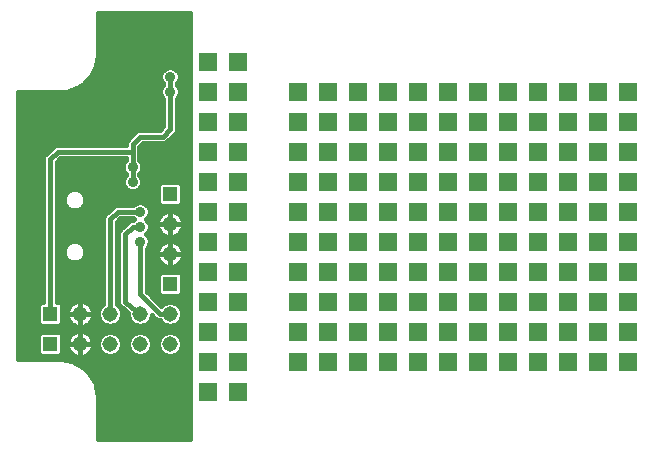
<source format=gbl>
G75*
G70*
%OFA0B0*%
%FSLAX24Y24*%
%IPPOS*%
%LPD*%
%AMOC8*
5,1,8,0,0,1.08239X$1,22.5*
%
%ADD10R,0.0515X0.0515*%
%ADD11C,0.0515*%
%ADD12R,0.0591X0.0591*%
%ADD13C,0.0160*%
%ADD14C,0.0356*%
D10*
X005644Y006765D03*
X005644Y007765D03*
X009644Y008765D03*
X009644Y011765D03*
D11*
X009644Y010765D03*
X009644Y009765D03*
X009644Y007765D03*
X008644Y007765D03*
X007644Y007765D03*
X006644Y007765D03*
X006644Y006765D03*
X007644Y006765D03*
X008644Y006765D03*
X009644Y006765D03*
D12*
X010894Y007167D03*
X011894Y007167D03*
X011894Y008167D03*
X010894Y008167D03*
X010894Y009167D03*
X011894Y009167D03*
X011894Y010167D03*
X010894Y010167D03*
X010894Y011167D03*
X011894Y011167D03*
X011894Y012167D03*
X010894Y012167D03*
X010894Y013167D03*
X011894Y013167D03*
X011894Y014167D03*
X010894Y014167D03*
X010894Y015167D03*
X011894Y015167D03*
X011894Y016167D03*
X010894Y016167D03*
X013894Y015167D03*
X014894Y015167D03*
X015894Y015167D03*
X016894Y015167D03*
X017894Y015167D03*
X018894Y015167D03*
X019894Y015167D03*
X020894Y015167D03*
X021894Y015167D03*
X022894Y015167D03*
X023894Y015167D03*
X024894Y015167D03*
X024894Y014167D03*
X023894Y014167D03*
X022894Y014167D03*
X021894Y014167D03*
X020894Y014167D03*
X019894Y014167D03*
X018894Y014167D03*
X017894Y014167D03*
X016894Y014167D03*
X015894Y014167D03*
X014894Y014167D03*
X013894Y014167D03*
X013894Y013167D03*
X014894Y013167D03*
X015894Y013167D03*
X016894Y013167D03*
X017894Y013167D03*
X018894Y013167D03*
X019894Y013167D03*
X020894Y013167D03*
X021894Y013167D03*
X022894Y013167D03*
X023894Y013167D03*
X024894Y013167D03*
X024894Y012167D03*
X023894Y012167D03*
X022894Y012167D03*
X021894Y012167D03*
X020894Y012167D03*
X019894Y012167D03*
X018894Y012167D03*
X017894Y012167D03*
X016894Y012167D03*
X015894Y012167D03*
X014894Y012167D03*
X013894Y012167D03*
X013894Y011167D03*
X014894Y011167D03*
X015894Y011167D03*
X016894Y011167D03*
X017894Y011167D03*
X018894Y011167D03*
X019894Y011167D03*
X020894Y011167D03*
X021894Y011167D03*
X022894Y011167D03*
X023894Y011167D03*
X024894Y011167D03*
X024894Y010167D03*
X023894Y010167D03*
X022894Y010167D03*
X021894Y010167D03*
X020894Y010167D03*
X019894Y010167D03*
X018894Y010167D03*
X017894Y010167D03*
X016894Y010167D03*
X015894Y010167D03*
X014894Y010167D03*
X013894Y010167D03*
X013894Y009167D03*
X014894Y009167D03*
X015894Y009167D03*
X016894Y009167D03*
X017894Y009167D03*
X018894Y009167D03*
X019894Y009167D03*
X020894Y009167D03*
X021894Y009167D03*
X022894Y009167D03*
X023894Y009167D03*
X024894Y009167D03*
X024894Y008167D03*
X023894Y008167D03*
X022894Y008167D03*
X021894Y008167D03*
X020894Y008167D03*
X019894Y008167D03*
X018894Y008167D03*
X017894Y008167D03*
X016894Y008167D03*
X015894Y008167D03*
X014894Y008167D03*
X013894Y008167D03*
X013894Y007167D03*
X014894Y007167D03*
X015894Y007167D03*
X016894Y007167D03*
X017894Y007167D03*
X018894Y007167D03*
X019894Y007167D03*
X020894Y007167D03*
X021894Y007167D03*
X022894Y007167D03*
X023894Y007167D03*
X024894Y007167D03*
X024894Y006167D03*
X023894Y006167D03*
X022894Y006167D03*
X021894Y006167D03*
X020894Y006167D03*
X019894Y006167D03*
X018894Y006167D03*
X017894Y006167D03*
X016894Y006167D03*
X015894Y006167D03*
X014894Y006167D03*
X013894Y006167D03*
X011894Y006167D03*
X010894Y006167D03*
X010894Y005167D03*
X011894Y005167D03*
D13*
X007230Y004962D02*
X007230Y003597D01*
X010300Y003597D01*
X010300Y017804D01*
X007230Y017804D01*
X007230Y016439D01*
X007232Y016436D01*
X007230Y016406D01*
X007230Y016376D01*
X007228Y016373D01*
X007220Y016262D01*
X007223Y016256D01*
X007218Y016229D01*
X007216Y016202D01*
X007211Y016198D01*
X007186Y016085D01*
X007189Y016079D01*
X007179Y016053D01*
X007174Y016027D01*
X007168Y016023D01*
X007128Y015915D01*
X007130Y015909D01*
X007116Y015885D01*
X007107Y015859D01*
X007101Y015856D01*
X007046Y015755D01*
X007047Y015749D01*
X007030Y015727D01*
X007017Y015703D01*
X007011Y015701D01*
X006942Y015609D01*
X006942Y015602D01*
X006922Y015583D01*
X006906Y015561D01*
X006899Y015560D01*
X006818Y015479D01*
X006817Y015472D01*
X006795Y015455D01*
X006776Y015436D01*
X006769Y015436D01*
X006677Y015367D01*
X006675Y015361D01*
X006651Y015348D01*
X006629Y015331D01*
X006623Y015332D01*
X006521Y015277D01*
X006519Y015271D01*
X006493Y015262D01*
X006469Y015248D01*
X006463Y015250D01*
X006355Y015210D01*
X006351Y015204D01*
X006324Y015199D01*
X006299Y015189D01*
X006293Y015192D01*
X006180Y015167D01*
X006176Y015162D01*
X006148Y015160D01*
X006122Y015155D01*
X006116Y015158D01*
X006005Y015150D01*
X006002Y015148D01*
X005972Y015148D01*
X005942Y015146D01*
X005939Y015148D01*
X004574Y015148D01*
X004574Y006253D01*
X005939Y006253D01*
X005942Y006255D01*
X005972Y006253D01*
X006002Y006253D01*
X006005Y006250D01*
X006116Y006242D01*
X006122Y006246D01*
X006149Y006240D01*
X006176Y006238D01*
X006180Y006233D01*
X006293Y006209D01*
X006299Y006211D01*
X006324Y006202D01*
X006351Y006196D01*
X006355Y006190D01*
X006463Y006150D01*
X006469Y006152D01*
X006493Y006139D01*
X006519Y006129D01*
X006521Y006123D01*
X006623Y006068D01*
X006629Y006069D01*
X006651Y006053D01*
X006675Y006039D01*
X006677Y006033D01*
X006769Y005964D01*
X006776Y005964D01*
X006795Y005945D01*
X006817Y005928D01*
X006818Y005922D01*
X006899Y005840D01*
X006906Y005839D01*
X006922Y005817D01*
X006942Y005798D01*
X006942Y005792D01*
X007011Y005699D01*
X007017Y005697D01*
X007030Y005673D01*
X007047Y005651D01*
X007046Y005645D01*
X007101Y005544D01*
X007107Y005541D01*
X007116Y005515D01*
X007130Y005491D01*
X007128Y005485D01*
X007168Y005377D01*
X007174Y005374D01*
X007179Y005347D01*
X007189Y005321D01*
X007186Y005315D01*
X007211Y005203D01*
X007216Y005198D01*
X007218Y005171D01*
X007223Y005144D01*
X007220Y005139D01*
X007228Y005027D01*
X007230Y005025D01*
X007230Y004994D01*
X007232Y004964D01*
X007230Y004962D01*
X007230Y005002D02*
X010300Y005002D01*
X010300Y004844D02*
X007230Y004844D01*
X007230Y004685D02*
X010300Y004685D01*
X010300Y004526D02*
X007230Y004526D01*
X007230Y004368D02*
X010300Y004368D01*
X010300Y004209D02*
X007230Y004209D01*
X007230Y004051D02*
X010300Y004051D01*
X010300Y003892D02*
X007230Y003892D01*
X007230Y003734D02*
X010300Y003734D01*
X010300Y005161D02*
X007220Y005161D01*
X007188Y005319D02*
X010300Y005319D01*
X010300Y005478D02*
X007130Y005478D01*
X007050Y005636D02*
X010300Y005636D01*
X010300Y005795D02*
X006942Y005795D01*
X006786Y005953D02*
X010300Y005953D01*
X010300Y006112D02*
X006542Y006112D01*
X006610Y006328D02*
X006644Y006328D01*
X006644Y006765D01*
X006207Y006765D01*
X006207Y006731D01*
X006218Y006663D01*
X006239Y006597D01*
X006270Y006536D01*
X006311Y006480D01*
X006359Y006431D01*
X006415Y006391D01*
X006476Y006360D01*
X006542Y006338D01*
X006610Y006328D01*
X006644Y006328D02*
X006679Y006328D01*
X006747Y006338D01*
X006812Y006360D01*
X006874Y006391D01*
X006929Y006431D01*
X006978Y006480D01*
X007018Y006536D01*
X007050Y006597D01*
X007071Y006663D01*
X007082Y006731D01*
X007082Y006765D01*
X006645Y006765D01*
X006645Y006765D01*
X007082Y006765D01*
X007082Y006800D01*
X007071Y006868D01*
X007050Y006933D01*
X007018Y006994D01*
X006978Y007050D01*
X006929Y007099D01*
X006874Y007139D01*
X006812Y007171D01*
X006747Y007192D01*
X006679Y007203D01*
X006644Y007203D01*
X006610Y007203D01*
X006542Y007192D01*
X006476Y007171D01*
X006415Y007139D01*
X006359Y007099D01*
X006311Y007050D01*
X006270Y006994D01*
X006239Y006933D01*
X006218Y006868D01*
X006207Y006800D01*
X006207Y006765D01*
X006644Y006765D01*
X006644Y006765D01*
X006644Y006765D01*
X006644Y006766D02*
X006644Y007203D01*
X006644Y006766D01*
X006644Y006766D01*
X006644Y006765D02*
X006644Y006328D01*
X006644Y006429D02*
X006644Y006429D01*
X006644Y006588D02*
X006644Y006588D01*
X006644Y006746D02*
X006644Y006746D01*
X006644Y006905D02*
X006644Y006905D01*
X006644Y007063D02*
X006644Y007063D01*
X006324Y007063D02*
X006042Y007063D01*
X006042Y007081D02*
X005960Y007163D01*
X005329Y007163D01*
X005247Y007081D01*
X005247Y006450D01*
X005329Y006368D01*
X005960Y006368D01*
X006042Y006450D01*
X006042Y007081D01*
X006042Y006905D02*
X006230Y006905D01*
X006207Y006746D02*
X006042Y006746D01*
X006042Y006588D02*
X006244Y006588D01*
X006363Y006429D02*
X006021Y006429D01*
X006926Y006429D02*
X007418Y006429D01*
X007419Y006428D02*
X007565Y006368D01*
X007723Y006368D01*
X007869Y006428D01*
X007981Y006540D01*
X008042Y006686D01*
X008042Y006844D01*
X007981Y006990D01*
X007869Y007102D01*
X007723Y007163D01*
X007565Y007163D01*
X007419Y007102D01*
X007307Y006990D01*
X007247Y006844D01*
X007247Y006686D01*
X007307Y006540D01*
X007419Y006428D01*
X007288Y006588D02*
X007045Y006588D01*
X007082Y006746D02*
X007247Y006746D01*
X007272Y006905D02*
X007059Y006905D01*
X006965Y007063D02*
X007380Y007063D01*
X007908Y007063D02*
X008380Y007063D01*
X008419Y007102D02*
X008307Y006990D01*
X008247Y006844D01*
X008247Y006686D01*
X008307Y006540D01*
X008419Y006428D01*
X008565Y006368D01*
X008723Y006368D01*
X008869Y006428D01*
X008981Y006540D01*
X009042Y006686D01*
X009042Y006844D01*
X008981Y006990D01*
X008869Y007102D01*
X008723Y007163D01*
X008565Y007163D01*
X008419Y007102D01*
X008272Y006905D02*
X008017Y006905D01*
X008042Y006746D02*
X008247Y006746D01*
X008288Y006588D02*
X008001Y006588D01*
X007870Y006429D02*
X008418Y006429D01*
X008870Y006429D02*
X009418Y006429D01*
X009419Y006428D02*
X009565Y006368D01*
X009723Y006368D01*
X009869Y006428D01*
X009981Y006540D01*
X010042Y006686D01*
X010042Y006844D01*
X009981Y006990D01*
X009869Y007102D01*
X009723Y007163D01*
X009565Y007163D01*
X009419Y007102D01*
X009307Y006990D01*
X009247Y006844D01*
X009247Y006686D01*
X009307Y006540D01*
X009419Y006428D01*
X009288Y006588D02*
X009001Y006588D01*
X009042Y006746D02*
X009247Y006746D01*
X009272Y006905D02*
X009017Y006905D01*
X008908Y007063D02*
X009380Y007063D01*
X009535Y007380D02*
X008754Y007380D01*
X008723Y007368D02*
X008869Y007428D01*
X008981Y007540D01*
X009042Y007686D01*
X009042Y007708D01*
X009076Y007674D01*
X009205Y007545D01*
X009305Y007545D01*
X009307Y007540D01*
X009419Y007428D01*
X009565Y007368D01*
X009723Y007368D01*
X009869Y007428D01*
X009981Y007540D01*
X010042Y007686D01*
X010042Y007844D01*
X009981Y007990D01*
X009869Y008102D01*
X009723Y008163D01*
X009565Y008163D01*
X009419Y008102D01*
X009345Y008027D01*
X008864Y008508D01*
X008864Y009937D01*
X008914Y009986D01*
X008962Y010103D01*
X008962Y010230D01*
X008914Y010347D01*
X008844Y010417D01*
X008914Y010486D01*
X008962Y010603D01*
X008962Y010730D01*
X008914Y010847D01*
X008844Y010917D01*
X008914Y010986D01*
X008962Y011103D01*
X008962Y011230D01*
X008914Y011347D01*
X008824Y011436D01*
X008708Y011485D01*
X008581Y011485D01*
X008464Y011436D01*
X008414Y011387D01*
X007803Y011387D01*
X007674Y011258D01*
X007424Y011008D01*
X007424Y010826D01*
X007424Y008104D01*
X007419Y008102D01*
X007307Y007990D01*
X007247Y007844D01*
X007247Y007686D01*
X007307Y007540D01*
X007419Y007428D01*
X007565Y007368D01*
X007723Y007368D01*
X007869Y007428D01*
X007981Y007540D01*
X008042Y007686D01*
X008042Y007844D01*
X007981Y007990D01*
X007869Y008102D01*
X007864Y008104D01*
X007864Y010826D01*
X007985Y010947D01*
X008414Y010947D01*
X008444Y010917D01*
X008414Y010887D01*
X008303Y010887D01*
X008174Y010758D01*
X007924Y010508D01*
X007924Y010326D01*
X007924Y008244D01*
X007916Y008233D01*
X007924Y008155D01*
X007924Y008076D01*
X007934Y008066D01*
X007936Y008052D01*
X007997Y008003D01*
X008053Y007947D01*
X008067Y007947D01*
X008247Y007802D01*
X008247Y007686D01*
X008307Y007540D01*
X008419Y007428D01*
X008565Y007368D01*
X008723Y007368D01*
X008535Y007380D02*
X007754Y007380D01*
X007535Y007380D02*
X006853Y007380D01*
X006874Y007391D02*
X006929Y007431D01*
X006978Y007480D01*
X007018Y007536D01*
X007050Y007597D01*
X007071Y007663D01*
X007082Y007731D01*
X007082Y007765D01*
X006645Y007765D01*
X006645Y007765D01*
X007082Y007765D01*
X007082Y007800D01*
X007071Y007868D01*
X007050Y007933D01*
X007018Y007994D01*
X006978Y008050D01*
X006929Y008099D01*
X006874Y008139D01*
X006812Y008171D01*
X006747Y008192D01*
X006679Y008203D01*
X006644Y008203D01*
X006610Y008203D01*
X006542Y008192D01*
X006476Y008171D01*
X006415Y008139D01*
X006359Y008099D01*
X006311Y008050D01*
X006270Y007994D01*
X006239Y007933D01*
X006218Y007868D01*
X006207Y007800D01*
X006207Y007765D01*
X006207Y007731D01*
X006218Y007663D01*
X006239Y007597D01*
X006270Y007536D01*
X006311Y007480D01*
X006359Y007431D01*
X006415Y007391D01*
X006476Y007360D01*
X006542Y007338D01*
X006610Y007328D01*
X006644Y007328D01*
X006644Y007765D01*
X006207Y007765D01*
X006644Y007765D01*
X006644Y007765D01*
X006644Y007765D01*
X006644Y007766D02*
X006644Y008203D01*
X006644Y007766D01*
X006644Y007766D01*
X006644Y007765D02*
X006644Y007328D01*
X006679Y007328D01*
X006747Y007338D01*
X006812Y007360D01*
X006874Y007391D01*
X007020Y007539D02*
X007309Y007539D01*
X007247Y007697D02*
X007076Y007697D01*
X007073Y007856D02*
X007252Y007856D01*
X007332Y008014D02*
X007004Y008014D01*
X006805Y008173D02*
X007424Y008173D01*
X007424Y008332D02*
X005864Y008332D01*
X005864Y008490D02*
X007424Y008490D01*
X007424Y008649D02*
X005864Y008649D01*
X005864Y008807D02*
X007424Y008807D01*
X007424Y008966D02*
X005864Y008966D01*
X005864Y009124D02*
X007424Y009124D01*
X007424Y009283D02*
X005864Y009283D01*
X005864Y009441D02*
X007424Y009441D01*
X007424Y009600D02*
X006732Y009600D01*
X006764Y009632D02*
X006818Y009763D01*
X006818Y009905D01*
X006764Y010036D01*
X006664Y010137D01*
X006532Y010191D01*
X006390Y010191D01*
X006259Y010137D01*
X006158Y010036D01*
X006104Y009905D01*
X006104Y009763D01*
X006158Y009632D01*
X006259Y009531D01*
X006390Y009477D01*
X006532Y009477D01*
X006664Y009531D01*
X006764Y009632D01*
X006816Y009758D02*
X007424Y009758D01*
X007424Y009917D02*
X006813Y009917D01*
X006725Y010076D02*
X007424Y010076D01*
X007424Y010234D02*
X005864Y010234D01*
X005864Y010076D02*
X006198Y010076D01*
X006109Y009917D02*
X005864Y009917D01*
X005864Y009758D02*
X006106Y009758D01*
X006190Y009600D02*
X005864Y009600D01*
X005424Y009600D02*
X004574Y009600D01*
X004574Y009758D02*
X005424Y009758D01*
X005424Y009917D02*
X004574Y009917D01*
X004574Y010076D02*
X005424Y010076D01*
X005424Y010234D02*
X004574Y010234D01*
X004574Y010393D02*
X005424Y010393D01*
X005424Y010551D02*
X004574Y010551D01*
X004574Y010710D02*
X005424Y010710D01*
X005424Y010868D02*
X004574Y010868D01*
X004574Y011027D02*
X005424Y011027D01*
X005424Y011185D02*
X004574Y011185D01*
X004574Y011344D02*
X005424Y011344D01*
X005424Y011502D02*
X004574Y011502D01*
X004574Y011661D02*
X005424Y011661D01*
X005424Y011819D02*
X004574Y011819D01*
X004574Y011978D02*
X005424Y011978D01*
X005424Y012137D02*
X004574Y012137D01*
X004574Y012295D02*
X005424Y012295D01*
X005424Y012454D02*
X004574Y012454D01*
X004574Y012612D02*
X005424Y012612D01*
X005424Y012771D02*
X004574Y012771D01*
X004574Y012929D02*
X005424Y012929D01*
X005424Y013008D02*
X005424Y012826D01*
X005424Y008163D01*
X005329Y008163D01*
X005247Y008081D01*
X005247Y007450D01*
X005329Y007368D01*
X005960Y007368D01*
X006042Y007450D01*
X006042Y008081D01*
X005960Y008163D01*
X005864Y008163D01*
X005864Y012826D01*
X005985Y012947D01*
X008174Y012947D01*
X008174Y012897D01*
X008125Y012847D01*
X008076Y012730D01*
X008076Y012603D01*
X008125Y012486D01*
X008174Y012437D01*
X008174Y012397D01*
X008125Y012347D01*
X008076Y012230D01*
X008076Y012103D01*
X008125Y011986D01*
X008214Y011897D01*
X008331Y011849D01*
X008458Y011849D01*
X008574Y011897D01*
X008664Y011986D01*
X008712Y012103D01*
X008712Y012230D01*
X008664Y012347D01*
X008614Y012397D01*
X008614Y012437D01*
X008664Y012486D01*
X008712Y012603D01*
X008712Y012730D01*
X008664Y012847D01*
X008614Y012897D01*
X008614Y013076D01*
X008614Y013258D01*
X008614Y013326D01*
X008735Y013447D01*
X009303Y013447D01*
X009485Y013447D01*
X009735Y013697D01*
X009864Y013826D01*
X009864Y014937D01*
X009914Y014986D01*
X009962Y015103D01*
X009962Y015230D01*
X009914Y015347D01*
X009864Y015397D01*
X009864Y015437D01*
X009914Y015486D01*
X009962Y015603D01*
X009962Y015730D01*
X009914Y015847D01*
X009824Y015936D01*
X009708Y015985D01*
X009581Y015985D01*
X009464Y015936D01*
X009375Y015847D01*
X009326Y015730D01*
X009326Y015603D01*
X009375Y015486D01*
X009424Y015437D01*
X009424Y015397D01*
X009375Y015347D01*
X009326Y015230D01*
X009326Y015103D01*
X009375Y014986D01*
X009424Y014937D01*
X009424Y014008D01*
X009303Y013887D01*
X008553Y013887D01*
X008424Y013758D01*
X008174Y013508D01*
X008174Y013387D01*
X005803Y013387D01*
X005674Y013258D01*
X005424Y013008D01*
X005504Y013088D02*
X004574Y013088D01*
X004574Y013246D02*
X005663Y013246D01*
X005894Y013167D02*
X008394Y013167D01*
X008394Y013417D01*
X008644Y013667D01*
X009394Y013667D01*
X009644Y013917D01*
X009644Y015167D01*
X009644Y015667D01*
X009348Y015783D02*
X007061Y015783D01*
X007138Y015942D02*
X009477Y015942D01*
X009326Y015625D02*
X006954Y015625D01*
X006809Y015466D02*
X009395Y015466D01*
X009358Y015307D02*
X006577Y015307D01*
X006003Y015149D02*
X009326Y015149D01*
X009373Y014990D02*
X004574Y014990D01*
X004574Y014832D02*
X009424Y014832D01*
X009424Y014673D02*
X004574Y014673D01*
X004574Y014515D02*
X009424Y014515D01*
X009424Y014356D02*
X004574Y014356D01*
X004574Y014198D02*
X009424Y014198D01*
X009424Y014039D02*
X004574Y014039D01*
X004574Y013881D02*
X008547Y013881D01*
X008389Y013722D02*
X004574Y013722D01*
X004574Y013563D02*
X008230Y013563D01*
X008174Y013405D02*
X004574Y013405D01*
X005644Y012917D02*
X005894Y013167D01*
X005968Y012929D02*
X008174Y012929D01*
X008093Y012771D02*
X005864Y012771D01*
X005864Y012612D02*
X008076Y012612D01*
X008157Y012454D02*
X005864Y012454D01*
X005864Y012295D02*
X008103Y012295D01*
X008076Y012137D02*
X005864Y012137D01*
X005864Y011978D02*
X008133Y011978D01*
X008394Y012167D02*
X008394Y012667D01*
X008394Y013167D01*
X008614Y013088D02*
X010300Y013088D01*
X010300Y013246D02*
X008614Y013246D01*
X008694Y013405D02*
X010300Y013405D01*
X010300Y013563D02*
X009602Y013563D01*
X009761Y013722D02*
X010300Y013722D01*
X010300Y013881D02*
X009864Y013881D01*
X009864Y014039D02*
X010300Y014039D01*
X010300Y014198D02*
X009864Y014198D01*
X009864Y014356D02*
X010300Y014356D01*
X010300Y014515D02*
X009864Y014515D01*
X009864Y014673D02*
X010300Y014673D01*
X010300Y014832D02*
X009864Y014832D01*
X009916Y014990D02*
X010300Y014990D01*
X010300Y015149D02*
X009962Y015149D01*
X009930Y015307D02*
X010300Y015307D01*
X010300Y015466D02*
X009893Y015466D01*
X009962Y015625D02*
X010300Y015625D01*
X010300Y015783D02*
X009940Y015783D01*
X009812Y015942D02*
X010300Y015942D01*
X010300Y016100D02*
X007189Y016100D01*
X007222Y016259D02*
X010300Y016259D01*
X010300Y016417D02*
X007231Y016417D01*
X007230Y016576D02*
X010300Y016576D01*
X010300Y016734D02*
X007230Y016734D01*
X007230Y016893D02*
X010300Y016893D01*
X010300Y017051D02*
X007230Y017051D01*
X007230Y017210D02*
X010300Y017210D01*
X010300Y017369D02*
X007230Y017369D01*
X007230Y017527D02*
X010300Y017527D01*
X010300Y017686D02*
X007230Y017686D01*
X008614Y012929D02*
X010300Y012929D01*
X010300Y012771D02*
X008696Y012771D01*
X008712Y012612D02*
X010300Y012612D01*
X010300Y012454D02*
X008631Y012454D01*
X008685Y012295D02*
X010300Y012295D01*
X010300Y012137D02*
X009986Y012137D01*
X009960Y012163D02*
X009329Y012163D01*
X009247Y012081D01*
X009247Y011450D01*
X009329Y011368D01*
X009960Y011368D01*
X010042Y011450D01*
X010042Y012081D01*
X009960Y012163D01*
X010042Y011978D02*
X010300Y011978D01*
X010300Y011819D02*
X010042Y011819D01*
X010042Y011661D02*
X010300Y011661D01*
X010300Y011502D02*
X010042Y011502D01*
X010300Y011344D02*
X008915Y011344D01*
X008962Y011185D02*
X009522Y011185D01*
X009542Y011192D02*
X009476Y011171D01*
X009415Y011139D01*
X009359Y011099D01*
X009311Y011050D01*
X009270Y010994D01*
X009239Y010933D01*
X009218Y010868D01*
X008893Y010868D01*
X008931Y011027D02*
X009294Y011027D01*
X009218Y010868D02*
X009207Y010800D01*
X009207Y010765D01*
X009207Y010731D01*
X009218Y010663D01*
X009239Y010597D01*
X009270Y010536D01*
X009311Y010480D01*
X009359Y010431D01*
X009415Y010391D01*
X009476Y010360D01*
X009542Y010338D01*
X009610Y010328D01*
X009644Y010328D01*
X009644Y010765D01*
X009207Y010765D01*
X009644Y010765D01*
X009644Y010765D01*
X009644Y010765D01*
X009644Y010766D02*
X009644Y011203D01*
X009610Y011203D01*
X009542Y011192D01*
X009644Y011185D02*
X009644Y011185D01*
X009644Y011203D02*
X009644Y010766D01*
X009644Y010766D01*
X009645Y010765D02*
X010082Y010765D01*
X009645Y010765D01*
X009645Y010765D01*
X009644Y010765D02*
X009644Y010328D01*
X009679Y010328D01*
X009747Y010338D01*
X009812Y010360D01*
X009874Y010391D01*
X009929Y010431D01*
X009978Y010480D01*
X010018Y010536D01*
X010050Y010597D01*
X010071Y010663D01*
X010082Y010731D01*
X010082Y010765D01*
X010082Y010800D01*
X010071Y010868D01*
X010300Y010868D01*
X010300Y010710D02*
X010078Y010710D01*
X010071Y010868D02*
X010050Y010933D01*
X010018Y010994D01*
X009978Y011050D01*
X009929Y011099D01*
X009874Y011139D01*
X009812Y011171D01*
X009747Y011192D01*
X009679Y011203D01*
X009644Y011203D01*
X009767Y011185D02*
X010300Y011185D01*
X010300Y011027D02*
X009995Y011027D01*
X009644Y011027D02*
X009644Y011027D01*
X009644Y010868D02*
X009644Y010868D01*
X009644Y010710D02*
X009644Y010710D01*
X009644Y010551D02*
X009644Y010551D01*
X009644Y010393D02*
X009644Y010393D01*
X009644Y010203D02*
X009610Y010203D01*
X009542Y010192D01*
X009476Y010171D01*
X009415Y010139D01*
X009359Y010099D01*
X009311Y010050D01*
X009270Y009994D01*
X009239Y009933D01*
X009218Y009868D01*
X009207Y009800D01*
X009207Y009765D01*
X009207Y009731D01*
X009218Y009663D01*
X009239Y009597D01*
X009270Y009536D01*
X009311Y009480D01*
X009359Y009431D01*
X009415Y009391D01*
X009476Y009360D01*
X009542Y009338D01*
X009610Y009328D01*
X009644Y009328D01*
X009644Y009765D01*
X009207Y009765D01*
X009644Y009765D01*
X009644Y009765D01*
X009644Y009765D01*
X009644Y009766D02*
X009644Y010203D01*
X009644Y009766D01*
X009644Y009766D01*
X009645Y009765D02*
X010082Y009765D01*
X009645Y009765D01*
X009645Y009765D01*
X009644Y009765D02*
X009644Y009328D01*
X009679Y009328D01*
X009747Y009338D01*
X009812Y009360D01*
X009874Y009391D01*
X009929Y009431D01*
X009978Y009480D01*
X010018Y009536D01*
X010050Y009597D01*
X010071Y009663D01*
X010082Y009731D01*
X010082Y009765D01*
X010082Y009800D01*
X010071Y009868D01*
X010050Y009933D01*
X010018Y009994D01*
X009978Y010050D01*
X009929Y010099D01*
X009874Y010139D01*
X009812Y010171D01*
X009747Y010192D01*
X009679Y010203D01*
X009644Y010203D01*
X009644Y010076D02*
X009644Y010076D01*
X009644Y009917D02*
X009644Y009917D01*
X009644Y009758D02*
X009644Y009758D01*
X009644Y009600D02*
X009644Y009600D01*
X009644Y009441D02*
X009644Y009441D01*
X009349Y009441D02*
X008864Y009441D01*
X008864Y009283D02*
X010300Y009283D01*
X010300Y009441D02*
X009939Y009441D01*
X010051Y009600D02*
X010300Y009600D01*
X010300Y009758D02*
X010082Y009758D01*
X010055Y009917D02*
X010300Y009917D01*
X010300Y010076D02*
X009953Y010076D01*
X010300Y010234D02*
X008961Y010234D01*
X008951Y010076D02*
X009336Y010076D01*
X009234Y009917D02*
X008864Y009917D01*
X008864Y009758D02*
X009207Y009758D01*
X009238Y009600D02*
X008864Y009600D01*
X008864Y009124D02*
X009291Y009124D01*
X009329Y009163D02*
X009247Y009081D01*
X009247Y008450D01*
X009329Y008368D01*
X009960Y008368D01*
X010042Y008450D01*
X010042Y009081D01*
X009960Y009163D01*
X009329Y009163D01*
X009247Y008966D02*
X008864Y008966D01*
X008864Y008807D02*
X009247Y008807D01*
X009247Y008649D02*
X008864Y008649D01*
X008882Y008490D02*
X009247Y008490D01*
X009041Y008332D02*
X010300Y008332D01*
X010300Y008490D02*
X010042Y008490D01*
X010042Y008649D02*
X010300Y008649D01*
X010300Y008807D02*
X010042Y008807D01*
X010042Y008966D02*
X010300Y008966D01*
X010300Y009124D02*
X009998Y009124D01*
X008644Y008417D02*
X009296Y007765D01*
X009644Y007765D01*
X009957Y008014D02*
X010300Y008014D01*
X010300Y007856D02*
X010037Y007856D01*
X010042Y007697D02*
X010300Y007697D01*
X010300Y007539D02*
X009980Y007539D01*
X009754Y007380D02*
X010300Y007380D01*
X010300Y007222D02*
X004574Y007222D01*
X004574Y007380D02*
X005316Y007380D01*
X005247Y007539D02*
X004574Y007539D01*
X004574Y007697D02*
X005247Y007697D01*
X005247Y007856D02*
X004574Y007856D01*
X004574Y008014D02*
X005247Y008014D01*
X005424Y008173D02*
X004574Y008173D01*
X004574Y008332D02*
X005424Y008332D01*
X005424Y008490D02*
X004574Y008490D01*
X004574Y008649D02*
X005424Y008649D01*
X005424Y008807D02*
X004574Y008807D01*
X004574Y008966D02*
X005424Y008966D01*
X005424Y009124D02*
X004574Y009124D01*
X004574Y009283D02*
X005424Y009283D01*
X005424Y009441D02*
X004574Y009441D01*
X005864Y010393D02*
X007424Y010393D01*
X007424Y010551D02*
X005864Y010551D01*
X005864Y010710D02*
X007424Y010710D01*
X007424Y010868D02*
X005864Y010868D01*
X005864Y011027D02*
X007443Y011027D01*
X007602Y011185D02*
X005864Y011185D01*
X005864Y011344D02*
X006179Y011344D01*
X006158Y011364D02*
X006259Y011264D01*
X006390Y011209D01*
X006532Y011209D01*
X006664Y011264D01*
X006764Y011364D01*
X006818Y011495D01*
X006818Y011637D01*
X006764Y011769D01*
X006664Y011869D01*
X006532Y011923D01*
X006390Y011923D01*
X006259Y011869D01*
X006158Y011769D01*
X006104Y011637D01*
X006104Y011495D01*
X006158Y011364D01*
X006104Y011502D02*
X005864Y011502D01*
X005864Y011661D02*
X006114Y011661D01*
X006209Y011819D02*
X005864Y011819D01*
X006713Y011819D02*
X009247Y011819D01*
X009247Y011661D02*
X006809Y011661D01*
X006818Y011502D02*
X009247Y011502D01*
X008644Y011167D02*
X007894Y011167D01*
X007644Y010917D01*
X007644Y007765D01*
X007957Y008014D02*
X007983Y008014D01*
X008037Y007856D02*
X008180Y007856D01*
X008247Y007697D02*
X008042Y007697D01*
X007980Y007539D02*
X008309Y007539D01*
X008644Y007765D02*
X008144Y008167D01*
X008144Y010417D01*
X008394Y010667D01*
X008644Y010667D01*
X008941Y010551D02*
X009262Y010551D01*
X009210Y010710D02*
X008962Y010710D01*
X008868Y010393D02*
X009413Y010393D01*
X009876Y010393D02*
X010300Y010393D01*
X010300Y010551D02*
X010026Y010551D01*
X008644Y010167D02*
X008644Y008417D01*
X009199Y008173D02*
X010300Y008173D01*
X009309Y007539D02*
X008980Y007539D01*
X009042Y007697D02*
X009053Y007697D01*
X007922Y008173D02*
X007864Y008173D01*
X007864Y008332D02*
X007924Y008332D01*
X007924Y008490D02*
X007864Y008490D01*
X007864Y008649D02*
X007924Y008649D01*
X007924Y008807D02*
X007864Y008807D01*
X007864Y008966D02*
X007924Y008966D01*
X007924Y009124D02*
X007864Y009124D01*
X007864Y009283D02*
X007924Y009283D01*
X007924Y009441D02*
X007864Y009441D01*
X007864Y009600D02*
X007924Y009600D01*
X007924Y009758D02*
X007864Y009758D01*
X007864Y009917D02*
X007924Y009917D01*
X007924Y010076D02*
X007864Y010076D01*
X007864Y010234D02*
X007924Y010234D01*
X007924Y010393D02*
X007864Y010393D01*
X007864Y010551D02*
X007968Y010551D01*
X007864Y010710D02*
X008126Y010710D01*
X008285Y010868D02*
X007907Y010868D01*
X007760Y011344D02*
X006744Y011344D01*
X008656Y011978D02*
X009247Y011978D01*
X009303Y012137D02*
X008712Y012137D01*
X005644Y012917D02*
X005644Y007765D01*
X006042Y007697D02*
X006212Y007697D01*
X006216Y007856D02*
X006042Y007856D01*
X006042Y008014D02*
X006285Y008014D01*
X006484Y008173D02*
X005864Y008173D01*
X006644Y008173D02*
X006644Y008173D01*
X006644Y008014D02*
X006644Y008014D01*
X006644Y007856D02*
X006644Y007856D01*
X006644Y007697D02*
X006644Y007697D01*
X006644Y007539D02*
X006644Y007539D01*
X006644Y007380D02*
X006644Y007380D01*
X006436Y007380D02*
X005972Y007380D01*
X006042Y007539D02*
X006269Y007539D01*
X005247Y007063D02*
X004574Y007063D01*
X004574Y006905D02*
X005247Y006905D01*
X005247Y006746D02*
X004574Y006746D01*
X004574Y006588D02*
X005247Y006588D01*
X005267Y006429D02*
X004574Y006429D01*
X004574Y006270D02*
X010300Y006270D01*
X010300Y006429D02*
X009870Y006429D01*
X010001Y006588D02*
X010300Y006588D01*
X010300Y006746D02*
X010042Y006746D01*
X010017Y006905D02*
X010300Y006905D01*
X010300Y007063D02*
X009908Y007063D01*
D14*
X006363Y008929D03*
X004788Y008141D03*
X004788Y006566D03*
X007544Y003810D03*
X009906Y003810D03*
X008644Y010167D03*
X008644Y010667D03*
X008644Y011167D03*
X008394Y012167D03*
X008394Y012667D03*
X010190Y012364D03*
X006363Y012472D03*
X004788Y013259D03*
X004788Y014834D03*
X007150Y015621D03*
X008894Y015667D03*
X009644Y015667D03*
X009644Y015167D03*
X009906Y017590D03*
X007544Y017590D03*
X006269Y010667D03*
X004894Y010667D03*
M02*

</source>
